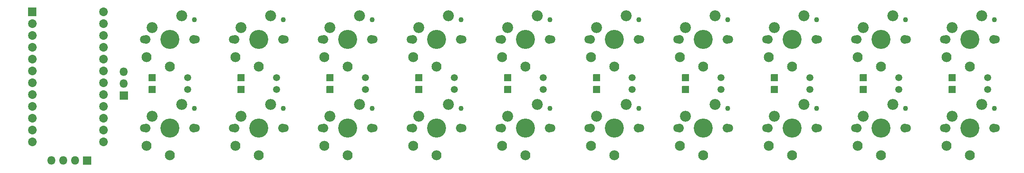
<source format=gbr>
G04 #@! TF.GenerationSoftware,KiCad,Pcbnew,5.1.12-1.fc33*
G04 #@! TF.CreationDate,2022-01-04T20:29:41-05:00*
G04 #@! TF.ProjectId,crisco,63726973-636f-42e6-9b69-6361645f7063,rev?*
G04 #@! TF.SameCoordinates,Original*
G04 #@! TF.FileFunction,Soldermask,Bot*
G04 #@! TF.FilePolarity,Negative*
%FSLAX46Y46*%
G04 Gerber Fmt 4.6, Leading zero omitted, Abs format (unit mm)*
G04 Created by KiCad (PCBNEW 5.1.12-1.fc33) date 2022-01-04 20:29:41*
%MOMM*%
%LPD*%
G01*
G04 APERTURE LIST*
%ADD10C,1.092600*%
%ADD11C,2.134000*%
%ADD12C,1.803800*%
%ADD13C,2.352000*%
%ADD14C,4.089800*%
%ADD15C,1.852000*%
%ADD16O,1.802000X1.802000*%
%ADD17C,1.499000*%
%ADD18C,1.854600*%
G04 APERTURE END LIST*
D10*
X153175000Y-73905000D03*
D11*
X142955000Y-81905000D03*
X147955000Y-84005000D03*
D12*
X142455000Y-78105000D03*
X153455000Y-78105000D03*
D13*
X150495000Y-73025000D03*
D14*
X147955000Y-78105000D03*
D13*
X144145000Y-75565000D03*
D15*
X142875000Y-78105000D03*
X153035000Y-78105000D03*
D10*
X57925000Y-92955000D03*
D11*
X47705000Y-100955000D03*
X52705000Y-103055000D03*
D12*
X47205000Y-97155000D03*
X58205000Y-97155000D03*
D13*
X55245000Y-92075000D03*
D14*
X52705000Y-97155000D03*
D13*
X48895000Y-94615000D03*
D15*
X47625000Y-97155000D03*
X57785000Y-97155000D03*
D10*
X229375000Y-92955000D03*
D11*
X219155000Y-100955000D03*
X224155000Y-103055000D03*
D12*
X218655000Y-97155000D03*
X229655000Y-97155000D03*
D13*
X226695000Y-92075000D03*
D14*
X224155000Y-97155000D03*
D13*
X220345000Y-94615000D03*
D15*
X219075000Y-97155000D03*
X229235000Y-97155000D03*
D10*
X210325000Y-92955000D03*
D11*
X200105000Y-100955000D03*
X205105000Y-103055000D03*
D12*
X199605000Y-97155000D03*
X210605000Y-97155000D03*
D13*
X207645000Y-92075000D03*
D14*
X205105000Y-97155000D03*
D13*
X201295000Y-94615000D03*
D15*
X200025000Y-97155000D03*
X210185000Y-97155000D03*
D10*
X191275000Y-92955000D03*
D11*
X181055000Y-100955000D03*
X186055000Y-103055000D03*
D12*
X180555000Y-97155000D03*
X191555000Y-97155000D03*
D13*
X188595000Y-92075000D03*
D14*
X186055000Y-97155000D03*
D13*
X182245000Y-94615000D03*
D15*
X180975000Y-97155000D03*
X191135000Y-97155000D03*
D10*
X172225000Y-92955000D03*
D11*
X162005000Y-100955000D03*
X167005000Y-103055000D03*
D12*
X161505000Y-97155000D03*
X172505000Y-97155000D03*
D13*
X169545000Y-92075000D03*
D14*
X167005000Y-97155000D03*
D13*
X163195000Y-94615000D03*
D15*
X161925000Y-97155000D03*
X172085000Y-97155000D03*
D10*
X153175000Y-92955000D03*
D11*
X142955000Y-100955000D03*
X147955000Y-103055000D03*
D12*
X142455000Y-97155000D03*
X153455000Y-97155000D03*
D13*
X150495000Y-92075000D03*
D14*
X147955000Y-97155000D03*
D13*
X144145000Y-94615000D03*
D15*
X142875000Y-97155000D03*
X153035000Y-97155000D03*
D10*
X134125000Y-92955000D03*
D11*
X123905000Y-100955000D03*
X128905000Y-103055000D03*
D12*
X123405000Y-97155000D03*
X134405000Y-97155000D03*
D13*
X131445000Y-92075000D03*
D14*
X128905000Y-97155000D03*
D13*
X125095000Y-94615000D03*
D15*
X123825000Y-97155000D03*
X133985000Y-97155000D03*
D10*
X115075000Y-92955000D03*
D11*
X104855000Y-100955000D03*
X109855000Y-103055000D03*
D12*
X104355000Y-97155000D03*
X115355000Y-97155000D03*
D13*
X112395000Y-92075000D03*
D14*
X109855000Y-97155000D03*
D13*
X106045000Y-94615000D03*
D15*
X104775000Y-97155000D03*
X114935000Y-97155000D03*
D10*
X96025000Y-92955000D03*
D11*
X85805000Y-100955000D03*
X90805000Y-103055000D03*
D12*
X85305000Y-97155000D03*
X96305000Y-97155000D03*
D13*
X93345000Y-92075000D03*
D14*
X90805000Y-97155000D03*
D13*
X86995000Y-94615000D03*
D15*
X85725000Y-97155000D03*
X95885000Y-97155000D03*
D10*
X76975000Y-92955000D03*
D11*
X66755000Y-100955000D03*
X71755000Y-103055000D03*
D12*
X66255000Y-97155000D03*
X77255000Y-97155000D03*
D13*
X74295000Y-92075000D03*
D14*
X71755000Y-97155000D03*
D13*
X67945000Y-94615000D03*
D15*
X66675000Y-97155000D03*
X76835000Y-97155000D03*
D10*
X229375000Y-73905000D03*
D11*
X219155000Y-81905000D03*
X224155000Y-84005000D03*
D12*
X218655000Y-78105000D03*
X229655000Y-78105000D03*
D13*
X226695000Y-73025000D03*
D14*
X224155000Y-78105000D03*
D13*
X220345000Y-75565000D03*
D15*
X219075000Y-78105000D03*
X229235000Y-78105000D03*
D10*
X210325000Y-73905000D03*
D11*
X200105000Y-81905000D03*
X205105000Y-84005000D03*
D12*
X199605000Y-78105000D03*
X210605000Y-78105000D03*
D13*
X207645000Y-73025000D03*
D14*
X205105000Y-78105000D03*
D13*
X201295000Y-75565000D03*
D15*
X200025000Y-78105000D03*
X210185000Y-78105000D03*
D10*
X191275000Y-73905000D03*
D11*
X181055000Y-81905000D03*
X186055000Y-84005000D03*
D12*
X180555000Y-78105000D03*
X191555000Y-78105000D03*
D13*
X188595000Y-73025000D03*
D14*
X186055000Y-78105000D03*
D13*
X182245000Y-75565000D03*
D15*
X180975000Y-78105000D03*
X191135000Y-78105000D03*
D10*
X172225000Y-73905000D03*
D11*
X162005000Y-81905000D03*
X167005000Y-84005000D03*
D12*
X161505000Y-78105000D03*
X172505000Y-78105000D03*
D13*
X169545000Y-73025000D03*
D14*
X167005000Y-78105000D03*
D13*
X163195000Y-75565000D03*
D15*
X161925000Y-78105000D03*
X172085000Y-78105000D03*
D10*
X134125000Y-73905000D03*
D11*
X123905000Y-81905000D03*
X128905000Y-84005000D03*
D12*
X123405000Y-78105000D03*
X134405000Y-78105000D03*
D13*
X131445000Y-73025000D03*
D14*
X128905000Y-78105000D03*
D13*
X125095000Y-75565000D03*
D15*
X123825000Y-78105000D03*
X133985000Y-78105000D03*
D10*
X115075000Y-73905000D03*
D11*
X104855000Y-81905000D03*
X109855000Y-84005000D03*
D12*
X104355000Y-78105000D03*
X115355000Y-78105000D03*
D13*
X112395000Y-73025000D03*
D14*
X109855000Y-78105000D03*
D13*
X106045000Y-75565000D03*
D15*
X104775000Y-78105000D03*
X114935000Y-78105000D03*
D10*
X96025000Y-73905000D03*
D11*
X85805000Y-81905000D03*
X90805000Y-84005000D03*
D12*
X85305000Y-78105000D03*
X96305000Y-78105000D03*
D13*
X93345000Y-73025000D03*
D14*
X90805000Y-78105000D03*
D13*
X86995000Y-75565000D03*
D15*
X85725000Y-78105000D03*
X95885000Y-78105000D03*
D10*
X76975000Y-73905000D03*
D11*
X66755000Y-81905000D03*
X71755000Y-84005000D03*
D12*
X66255000Y-78105000D03*
X77255000Y-78105000D03*
D13*
X74295000Y-73025000D03*
D14*
X71755000Y-78105000D03*
D13*
X67945000Y-75565000D03*
D15*
X66675000Y-78105000D03*
X76835000Y-78105000D03*
D10*
X57925000Y-73905000D03*
D11*
X47705000Y-81905000D03*
X52705000Y-84005000D03*
D12*
X47205000Y-78105000D03*
X58205000Y-78105000D03*
D13*
X55245000Y-73025000D03*
D14*
X52705000Y-78105000D03*
D13*
X48895000Y-75565000D03*
D15*
X47625000Y-78105000D03*
X57785000Y-78105000D03*
D16*
X42799000Y-85090000D03*
X42799000Y-87630000D03*
G36*
G01*
X43700000Y-89320000D02*
X43700000Y-91020000D01*
G75*
G02*
X43649000Y-91071000I-51000J0D01*
G01*
X41949000Y-91071000D01*
G75*
G02*
X41898000Y-91020000I0J51000D01*
G01*
X41898000Y-89320000D01*
G75*
G02*
X41949000Y-89269000I51000J0D01*
G01*
X43649000Y-89269000D01*
G75*
G02*
X43700000Y-89320000I0J-51000D01*
G01*
G37*
X27305000Y-104140000D03*
X29845000Y-104140000D03*
X32385000Y-104140000D03*
G36*
G01*
X34075000Y-103239000D02*
X35775000Y-103239000D01*
G75*
G02*
X35826000Y-103290000I0J-51000D01*
G01*
X35826000Y-104990000D01*
G75*
G02*
X35775000Y-105041000I-51000J0D01*
G01*
X34075000Y-105041000D01*
G75*
G02*
X34024000Y-104990000I0J51000D01*
G01*
X34024000Y-103290000D01*
G75*
G02*
X34075000Y-103239000I51000J0D01*
G01*
G37*
G36*
G01*
X105295500Y-87058501D02*
X105295500Y-85661499D01*
G75*
G02*
X105346499Y-85610500I50999J0D01*
G01*
X106743501Y-85610500D01*
G75*
G02*
X106794500Y-85661499I0J-50999D01*
G01*
X106794500Y-87058501D01*
G75*
G02*
X106743501Y-87109500I-50999J0D01*
G01*
X105346499Y-87109500D01*
G75*
G02*
X105295500Y-87058501I0J50999D01*
G01*
G37*
D17*
X113665000Y-86360000D03*
G36*
G01*
X48145500Y-87058501D02*
X48145500Y-85661499D01*
G75*
G02*
X48196499Y-85610500I50999J0D01*
G01*
X49593501Y-85610500D01*
G75*
G02*
X49644500Y-85661499I0J-50999D01*
G01*
X49644500Y-87058501D01*
G75*
G02*
X49593501Y-87109500I-50999J0D01*
G01*
X48196499Y-87109500D01*
G75*
G02*
X48145500Y-87058501I0J50999D01*
G01*
G37*
X56515000Y-86360000D03*
G36*
G01*
X67195500Y-87058501D02*
X67195500Y-85661499D01*
G75*
G02*
X67246499Y-85610500I50999J0D01*
G01*
X68643501Y-85610500D01*
G75*
G02*
X68694500Y-85661499I0J-50999D01*
G01*
X68694500Y-87058501D01*
G75*
G02*
X68643501Y-87109500I-50999J0D01*
G01*
X67246499Y-87109500D01*
G75*
G02*
X67195500Y-87058501I0J50999D01*
G01*
G37*
X75565000Y-86360000D03*
G36*
G01*
X86245500Y-87058501D02*
X86245500Y-85661499D01*
G75*
G02*
X86296499Y-85610500I50999J0D01*
G01*
X87693501Y-85610500D01*
G75*
G02*
X87744500Y-85661499I0J-50999D01*
G01*
X87744500Y-87058501D01*
G75*
G02*
X87693501Y-87109500I-50999J0D01*
G01*
X86296499Y-87109500D01*
G75*
G02*
X86245500Y-87058501I0J50999D01*
G01*
G37*
X94615000Y-86360000D03*
G36*
G01*
X48145500Y-89598501D02*
X48145500Y-88201499D01*
G75*
G02*
X48196499Y-88150500I50999J0D01*
G01*
X49593501Y-88150500D01*
G75*
G02*
X49644500Y-88201499I0J-50999D01*
G01*
X49644500Y-89598501D01*
G75*
G02*
X49593501Y-89649500I-50999J0D01*
G01*
X48196499Y-89649500D01*
G75*
G02*
X48145500Y-89598501I0J50999D01*
G01*
G37*
X56515000Y-88900000D03*
G36*
G01*
X67195500Y-89598501D02*
X67195500Y-88201499D01*
G75*
G02*
X67246499Y-88150500I50999J0D01*
G01*
X68643501Y-88150500D01*
G75*
G02*
X68694500Y-88201499I0J-50999D01*
G01*
X68694500Y-89598501D01*
G75*
G02*
X68643501Y-89649500I-50999J0D01*
G01*
X67246499Y-89649500D01*
G75*
G02*
X67195500Y-89598501I0J50999D01*
G01*
G37*
X75565000Y-88900000D03*
G36*
G01*
X86245500Y-89598501D02*
X86245500Y-88201499D01*
G75*
G02*
X86296499Y-88150500I50999J0D01*
G01*
X87693501Y-88150500D01*
G75*
G02*
X87744500Y-88201499I0J-50999D01*
G01*
X87744500Y-89598501D01*
G75*
G02*
X87693501Y-89649500I-50999J0D01*
G01*
X86296499Y-89649500D01*
G75*
G02*
X86245500Y-89598501I0J50999D01*
G01*
G37*
X94615000Y-88900000D03*
G36*
G01*
X105295500Y-89598501D02*
X105295500Y-88201499D01*
G75*
G02*
X105346499Y-88150500I50999J0D01*
G01*
X106743501Y-88150500D01*
G75*
G02*
X106794500Y-88201499I0J-50999D01*
G01*
X106794500Y-89598501D01*
G75*
G02*
X106743501Y-89649500I-50999J0D01*
G01*
X105346499Y-89649500D01*
G75*
G02*
X105295500Y-89598501I0J50999D01*
G01*
G37*
X113665000Y-88900000D03*
G36*
G01*
X219595500Y-87058501D02*
X219595500Y-85661499D01*
G75*
G02*
X219646499Y-85610500I50999J0D01*
G01*
X221043501Y-85610500D01*
G75*
G02*
X221094500Y-85661499I0J-50999D01*
G01*
X221094500Y-87058501D01*
G75*
G02*
X221043501Y-87109500I-50999J0D01*
G01*
X219646499Y-87109500D01*
G75*
G02*
X219595500Y-87058501I0J50999D01*
G01*
G37*
X227965000Y-86360000D03*
G36*
G01*
X219595500Y-89598501D02*
X219595500Y-88201499D01*
G75*
G02*
X219646499Y-88150500I50999J0D01*
G01*
X221043501Y-88150500D01*
G75*
G02*
X221094500Y-88201499I0J-50999D01*
G01*
X221094500Y-89598501D01*
G75*
G02*
X221043501Y-89649500I-50999J0D01*
G01*
X219646499Y-89649500D01*
G75*
G02*
X219595500Y-89598501I0J50999D01*
G01*
G37*
X227965000Y-88900000D03*
G36*
G01*
X200545500Y-89598501D02*
X200545500Y-88201499D01*
G75*
G02*
X200596499Y-88150500I50999J0D01*
G01*
X201993501Y-88150500D01*
G75*
G02*
X202044500Y-88201499I0J-50999D01*
G01*
X202044500Y-89598501D01*
G75*
G02*
X201993501Y-89649500I-50999J0D01*
G01*
X200596499Y-89649500D01*
G75*
G02*
X200545500Y-89598501I0J50999D01*
G01*
G37*
X208915000Y-88900000D03*
G36*
G01*
X181495500Y-89598501D02*
X181495500Y-88201499D01*
G75*
G02*
X181546499Y-88150500I50999J0D01*
G01*
X182943501Y-88150500D01*
G75*
G02*
X182994500Y-88201499I0J-50999D01*
G01*
X182994500Y-89598501D01*
G75*
G02*
X182943501Y-89649500I-50999J0D01*
G01*
X181546499Y-89649500D01*
G75*
G02*
X181495500Y-89598501I0J50999D01*
G01*
G37*
X189865000Y-88900000D03*
G36*
G01*
X162445500Y-89598501D02*
X162445500Y-88201499D01*
G75*
G02*
X162496499Y-88150500I50999J0D01*
G01*
X163893501Y-88150500D01*
G75*
G02*
X163944500Y-88201499I0J-50999D01*
G01*
X163944500Y-89598501D01*
G75*
G02*
X163893501Y-89649500I-50999J0D01*
G01*
X162496499Y-89649500D01*
G75*
G02*
X162445500Y-89598501I0J50999D01*
G01*
G37*
X170815000Y-88900000D03*
G36*
G01*
X143395500Y-89598501D02*
X143395500Y-88201499D01*
G75*
G02*
X143446499Y-88150500I50999J0D01*
G01*
X144843501Y-88150500D01*
G75*
G02*
X144894500Y-88201499I0J-50999D01*
G01*
X144894500Y-89598501D01*
G75*
G02*
X144843501Y-89649500I-50999J0D01*
G01*
X143446499Y-89649500D01*
G75*
G02*
X143395500Y-89598501I0J50999D01*
G01*
G37*
X151765000Y-88900000D03*
G36*
G01*
X124345500Y-89598501D02*
X124345500Y-88201499D01*
G75*
G02*
X124396499Y-88150500I50999J0D01*
G01*
X125793501Y-88150500D01*
G75*
G02*
X125844500Y-88201499I0J-50999D01*
G01*
X125844500Y-89598501D01*
G75*
G02*
X125793501Y-89649500I-50999J0D01*
G01*
X124396499Y-89649500D01*
G75*
G02*
X124345500Y-89598501I0J50999D01*
G01*
G37*
X132715000Y-88900000D03*
G36*
G01*
X200545500Y-87058501D02*
X200545500Y-85661499D01*
G75*
G02*
X200596499Y-85610500I50999J0D01*
G01*
X201993501Y-85610500D01*
G75*
G02*
X202044500Y-85661499I0J-50999D01*
G01*
X202044500Y-87058501D01*
G75*
G02*
X201993501Y-87109500I-50999J0D01*
G01*
X200596499Y-87109500D01*
G75*
G02*
X200545500Y-87058501I0J50999D01*
G01*
G37*
X208915000Y-86360000D03*
G36*
G01*
X181495500Y-87058501D02*
X181495500Y-85661499D01*
G75*
G02*
X181546499Y-85610500I50999J0D01*
G01*
X182943501Y-85610500D01*
G75*
G02*
X182994500Y-85661499I0J-50999D01*
G01*
X182994500Y-87058501D01*
G75*
G02*
X182943501Y-87109500I-50999J0D01*
G01*
X181546499Y-87109500D01*
G75*
G02*
X181495500Y-87058501I0J50999D01*
G01*
G37*
X189865000Y-86360000D03*
G36*
G01*
X162445500Y-87058501D02*
X162445500Y-85661499D01*
G75*
G02*
X162496499Y-85610500I50999J0D01*
G01*
X163893501Y-85610500D01*
G75*
G02*
X163944500Y-85661499I0J-50999D01*
G01*
X163944500Y-87058501D01*
G75*
G02*
X163893501Y-87109500I-50999J0D01*
G01*
X162496499Y-87109500D01*
G75*
G02*
X162445500Y-87058501I0J50999D01*
G01*
G37*
X170815000Y-86360000D03*
G36*
G01*
X143395500Y-87058501D02*
X143395500Y-85661499D01*
G75*
G02*
X143446499Y-85610500I50999J0D01*
G01*
X144843501Y-85610500D01*
G75*
G02*
X144894500Y-85661499I0J-50999D01*
G01*
X144894500Y-87058501D01*
G75*
G02*
X144843501Y-87109500I-50999J0D01*
G01*
X143446499Y-87109500D01*
G75*
G02*
X143395500Y-87058501I0J50999D01*
G01*
G37*
X151765000Y-86360000D03*
G36*
G01*
X124345500Y-87058501D02*
X124345500Y-85661499D01*
G75*
G02*
X124396499Y-85610500I50999J0D01*
G01*
X125793501Y-85610500D01*
G75*
G02*
X125844500Y-85661499I0J-50999D01*
G01*
X125844500Y-87058501D01*
G75*
G02*
X125793501Y-87109500I-50999J0D01*
G01*
X124396499Y-87109500D01*
G75*
G02*
X124345500Y-87058501I0J50999D01*
G01*
G37*
X132715000Y-86360000D03*
G36*
G01*
X22301200Y-71303950D02*
X24053800Y-71303950D01*
G75*
G02*
X24104800Y-71354950I0J-51000D01*
G01*
X24104800Y-73107550D01*
G75*
G02*
X24053800Y-73158550I-51000J0D01*
G01*
X22301200Y-73158550D01*
G75*
G02*
X22250200Y-73107550I0J51000D01*
G01*
X22250200Y-71354950D01*
G75*
G02*
X22301200Y-71303950I51000J0D01*
G01*
G37*
D18*
X23177500Y-74771250D03*
X23177500Y-77311250D03*
X23177500Y-79851250D03*
X23177500Y-82391250D03*
X23177500Y-84931250D03*
X23177500Y-87471250D03*
X23177500Y-90011250D03*
X23177500Y-92551250D03*
X23177500Y-95091250D03*
X23177500Y-97631250D03*
X38417500Y-100171250D03*
X38417500Y-97631250D03*
X38417500Y-95091250D03*
X38417500Y-92551250D03*
X38417500Y-90011250D03*
X38417500Y-87471250D03*
X38417500Y-84931250D03*
X38417500Y-82391250D03*
X38417500Y-79851250D03*
X38417500Y-77311250D03*
X38417500Y-74771250D03*
X23177500Y-100171250D03*
X38417500Y-72231250D03*
M02*

</source>
